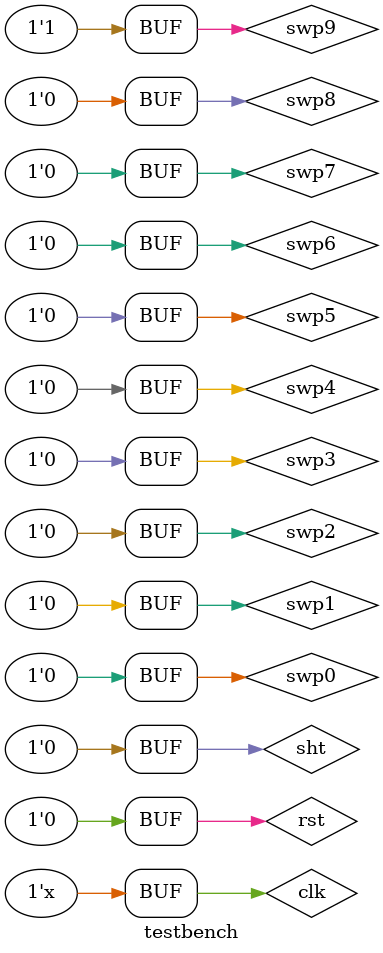
<source format=v>
`timescale 10ns / 100ps

module testbench ();
reg swp1, swp2, swp3, swp4, swp5, swp6, swp7, swp8, swp9, rst, swp0, sht;

reg clk;
wire [7:0] seg, led;

wire lcd_e, lcd_rs, lcd_rw;
wire [7:0] lcd_data;
calculator calculator(
    swp1, swp2, swp3, swp4, swp5, swp6, swp7, swp8, swp9, rst, swp0, sht, 
    clk, seg, led, lcd_e, lcd_rs, lcd_rw, lcd_data
);

initial begin
    rst = 1; sht = 0;
    clk = 0; swp1 = 0; swp1 = 0; swp2 = 0; swp3 = 0; swp4 = 0; swp5 = 0; swp6 = 0; swp7 = 0; swp8 = 0; swp9 = 0; swp0 = 0; 
    
    #1 rst = 0;

    #130 swp8 = 1; // 8
    #10 swp8 = 0;    
    #130 swp0 = 1; // 0
    #10 swp0 = 0;

    #130 sht = 1;
    #10 sht = 0;
    #130 swp3 = 1; // x
    #10 swp3 = 0;

    #130 sht = 1;
    #10 sht = 0;
    #130 swp0 = 1; // min
    #10 swp0 = 0;

    #130 swp2 = 1; // 2
    #10 swp2 = 0;
    #130 swp5 = 1; // 5
    #10 swp5 = 0;    

    #130 sht = 1;
    #10 sht = 0;
    #130 swp2 = 1; // sub
    #10 swp2 = 0;

    #130 swp3 = 1; // 3
    #10 swp3 = 0;
    #130 swp3 = 1; // 3
    #10 swp3 = 0;    
    #130 swp4 = 1; // 4
    #10 swp4 = 0;

    #130 sht = 1;
    #10 sht = 0;
    #130 swp2 = 1; // sub
    #10 swp2 = 0;

    #130 swp9 = 1; // 9
    #10 swp9 = 0;
    #130 swp9 = 1; // 9
    #10 swp9 = 0;

    #130 sht = 1;
    #10 sht = 0;
    #130 swp3 = 1; // mul
    #10 swp3 = 0;

    #130 swp3 = 1; // 3
    #10 swp3 = 0;
    #130 swp0 = 1; // 0
    #10 swp0 = 0;


    #130 swp9 = 1;
    
end

always #0.005 clk = ~clk;

endmodule
</source>
